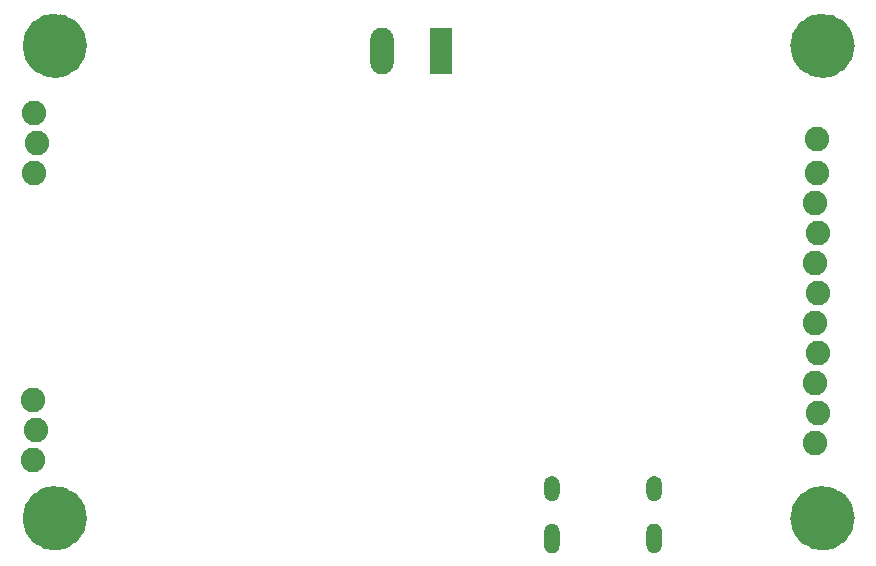
<source format=gbr>
%TF.GenerationSoftware,KiCad,Pcbnew,7.0.2*%
%TF.CreationDate,2024-03-26T23:12:22-04:00*%
%TF.ProjectId,mini_motor_go_V1_rev3,6d696e69-5f6d-46f7-946f-725f676f5f56,rev?*%
%TF.SameCoordinates,Original*%
%TF.FileFunction,Soldermask,Bot*%
%TF.FilePolarity,Negative*%
%FSLAX46Y46*%
G04 Gerber Fmt 4.6, Leading zero omitted, Abs format (unit mm)*
G04 Created by KiCad (PCBNEW 7.0.2) date 2024-03-26 23:12:22*
%MOMM*%
%LPD*%
G01*
G04 APERTURE LIST*
%ADD10C,2.750000*%
%ADD11C,0.010000*%
%ADD12C,2.082800*%
%ADD13R,1.980000X3.960000*%
%ADD14O,1.980000X3.960000*%
G04 APERTURE END LIST*
D10*
X184375000Y-93000000D02*
G75*
G03*
X184375000Y-93000000I-1375000J0D01*
G01*
X184375000Y-53000000D02*
G75*
G03*
X184375000Y-53000000I-1375000J0D01*
G01*
X119375000Y-93000000D02*
G75*
G03*
X119375000Y-93000000I-1375000J0D01*
G01*
X119375000Y-53000000D02*
G75*
G03*
X119375000Y-53000000I-1375000J0D01*
G01*
%TO.C,J11*%
D11*
X160084600Y-89451700D02*
X160116600Y-89453700D01*
X160147600Y-89457700D01*
X160178600Y-89463700D01*
X160208600Y-89470700D01*
X160238600Y-89479700D01*
X160268600Y-89490700D01*
X160297600Y-89502700D01*
X160325600Y-89515700D01*
X160353600Y-89530700D01*
X160380600Y-89547700D01*
X160406600Y-89565700D01*
X160431600Y-89584700D01*
X160454600Y-89604700D01*
X160477600Y-89626700D01*
X160499600Y-89649700D01*
X160519600Y-89672700D01*
X160538600Y-89697700D01*
X160556600Y-89723700D01*
X160573600Y-89750700D01*
X160588600Y-89778700D01*
X160601600Y-89806700D01*
X160613600Y-89835700D01*
X160624600Y-89865700D01*
X160633600Y-89895700D01*
X160640600Y-89925700D01*
X160646600Y-89956700D01*
X160650600Y-89987700D01*
X160652600Y-90019700D01*
X160653600Y-90050700D01*
X160653600Y-90850700D01*
X160652600Y-90881700D01*
X160650600Y-90913700D01*
X160646600Y-90944700D01*
X160640600Y-90975700D01*
X160633600Y-91005700D01*
X160624600Y-91035700D01*
X160613600Y-91065700D01*
X160601600Y-91094700D01*
X160588600Y-91122700D01*
X160573600Y-91150700D01*
X160556600Y-91177700D01*
X160538600Y-91203700D01*
X160519600Y-91228700D01*
X160499600Y-91251700D01*
X160477600Y-91274700D01*
X160454600Y-91296700D01*
X160431600Y-91316700D01*
X160406600Y-91335700D01*
X160380600Y-91353700D01*
X160353600Y-91370700D01*
X160325600Y-91385700D01*
X160297600Y-91398700D01*
X160268600Y-91410700D01*
X160238600Y-91421700D01*
X160208600Y-91430700D01*
X160178600Y-91437700D01*
X160147600Y-91443700D01*
X160116600Y-91447700D01*
X160084600Y-91449700D01*
X160053600Y-91450700D01*
X160022600Y-91449700D01*
X159990600Y-91447700D01*
X159959600Y-91443700D01*
X159928600Y-91437700D01*
X159898600Y-91430700D01*
X159868600Y-91421700D01*
X159838600Y-91410700D01*
X159809600Y-91398700D01*
X159781600Y-91385700D01*
X159753600Y-91370700D01*
X159726600Y-91353700D01*
X159700600Y-91335700D01*
X159675600Y-91316700D01*
X159652600Y-91296700D01*
X159629600Y-91274700D01*
X159607600Y-91251700D01*
X159587600Y-91228700D01*
X159568600Y-91203700D01*
X159550600Y-91177700D01*
X159533600Y-91150700D01*
X159518600Y-91122700D01*
X159505600Y-91094700D01*
X159493600Y-91065700D01*
X159482600Y-91035700D01*
X159473600Y-91005700D01*
X159466600Y-90975700D01*
X159460600Y-90944700D01*
X159456600Y-90913700D01*
X159454600Y-90881700D01*
X159453600Y-90850700D01*
X159453600Y-90050700D01*
X159454600Y-90019700D01*
X159456600Y-89987700D01*
X159460600Y-89956700D01*
X159466600Y-89925700D01*
X159473600Y-89895700D01*
X159482600Y-89865700D01*
X159493600Y-89835700D01*
X159505600Y-89806700D01*
X159518600Y-89778700D01*
X159533600Y-89750700D01*
X159550600Y-89723700D01*
X159568600Y-89697700D01*
X159587600Y-89672700D01*
X159607600Y-89649700D01*
X159629600Y-89626700D01*
X159652600Y-89604700D01*
X159675600Y-89584700D01*
X159700600Y-89565700D01*
X159726600Y-89547700D01*
X159753600Y-89530700D01*
X159781600Y-89515700D01*
X159809600Y-89502700D01*
X159838600Y-89490700D01*
X159868600Y-89479700D01*
X159898600Y-89470700D01*
X159928600Y-89463700D01*
X159959600Y-89457700D01*
X159990600Y-89453700D01*
X160022600Y-89451700D01*
X160053600Y-89450700D01*
X160084600Y-89451700D01*
G36*
X160084600Y-89451700D02*
G01*
X160116600Y-89453700D01*
X160147600Y-89457700D01*
X160178600Y-89463700D01*
X160208600Y-89470700D01*
X160238600Y-89479700D01*
X160268600Y-89490700D01*
X160297600Y-89502700D01*
X160325600Y-89515700D01*
X160353600Y-89530700D01*
X160380600Y-89547700D01*
X160406600Y-89565700D01*
X160431600Y-89584700D01*
X160454600Y-89604700D01*
X160477600Y-89626700D01*
X160499600Y-89649700D01*
X160519600Y-89672700D01*
X160538600Y-89697700D01*
X160556600Y-89723700D01*
X160573600Y-89750700D01*
X160588600Y-89778700D01*
X160601600Y-89806700D01*
X160613600Y-89835700D01*
X160624600Y-89865700D01*
X160633600Y-89895700D01*
X160640600Y-89925700D01*
X160646600Y-89956700D01*
X160650600Y-89987700D01*
X160652600Y-90019700D01*
X160653600Y-90050700D01*
X160653600Y-90850700D01*
X160652600Y-90881700D01*
X160650600Y-90913700D01*
X160646600Y-90944700D01*
X160640600Y-90975700D01*
X160633600Y-91005700D01*
X160624600Y-91035700D01*
X160613600Y-91065700D01*
X160601600Y-91094700D01*
X160588600Y-91122700D01*
X160573600Y-91150700D01*
X160556600Y-91177700D01*
X160538600Y-91203700D01*
X160519600Y-91228700D01*
X160499600Y-91251700D01*
X160477600Y-91274700D01*
X160454600Y-91296700D01*
X160431600Y-91316700D01*
X160406600Y-91335700D01*
X160380600Y-91353700D01*
X160353600Y-91370700D01*
X160325600Y-91385700D01*
X160297600Y-91398700D01*
X160268600Y-91410700D01*
X160238600Y-91421700D01*
X160208600Y-91430700D01*
X160178600Y-91437700D01*
X160147600Y-91443700D01*
X160116600Y-91447700D01*
X160084600Y-91449700D01*
X160053600Y-91450700D01*
X160022600Y-91449700D01*
X159990600Y-91447700D01*
X159959600Y-91443700D01*
X159928600Y-91437700D01*
X159898600Y-91430700D01*
X159868600Y-91421700D01*
X159838600Y-91410700D01*
X159809600Y-91398700D01*
X159781600Y-91385700D01*
X159753600Y-91370700D01*
X159726600Y-91353700D01*
X159700600Y-91335700D01*
X159675600Y-91316700D01*
X159652600Y-91296700D01*
X159629600Y-91274700D01*
X159607600Y-91251700D01*
X159587600Y-91228700D01*
X159568600Y-91203700D01*
X159550600Y-91177700D01*
X159533600Y-91150700D01*
X159518600Y-91122700D01*
X159505600Y-91094700D01*
X159493600Y-91065700D01*
X159482600Y-91035700D01*
X159473600Y-91005700D01*
X159466600Y-90975700D01*
X159460600Y-90944700D01*
X159456600Y-90913700D01*
X159454600Y-90881700D01*
X159453600Y-90850700D01*
X159453600Y-90050700D01*
X159454600Y-90019700D01*
X159456600Y-89987700D01*
X159460600Y-89956700D01*
X159466600Y-89925700D01*
X159473600Y-89895700D01*
X159482600Y-89865700D01*
X159493600Y-89835700D01*
X159505600Y-89806700D01*
X159518600Y-89778700D01*
X159533600Y-89750700D01*
X159550600Y-89723700D01*
X159568600Y-89697700D01*
X159587600Y-89672700D01*
X159607600Y-89649700D01*
X159629600Y-89626700D01*
X159652600Y-89604700D01*
X159675600Y-89584700D01*
X159700600Y-89565700D01*
X159726600Y-89547700D01*
X159753600Y-89530700D01*
X159781600Y-89515700D01*
X159809600Y-89502700D01*
X159838600Y-89490700D01*
X159868600Y-89479700D01*
X159898600Y-89470700D01*
X159928600Y-89463700D01*
X159959600Y-89457700D01*
X159990600Y-89453700D01*
X160022600Y-89451700D01*
X160053600Y-89450700D01*
X160084600Y-89451700D01*
G37*
X160084600Y-93501700D02*
X160116600Y-93503700D01*
X160147600Y-93507700D01*
X160178600Y-93513700D01*
X160208600Y-93520700D01*
X160238600Y-93529700D01*
X160268600Y-93540700D01*
X160297600Y-93552700D01*
X160325600Y-93565700D01*
X160353600Y-93580700D01*
X160380600Y-93597700D01*
X160406600Y-93615700D01*
X160431600Y-93634700D01*
X160454600Y-93654700D01*
X160477600Y-93676700D01*
X160499600Y-93699700D01*
X160519600Y-93722700D01*
X160538600Y-93747700D01*
X160556600Y-93773700D01*
X160573600Y-93800700D01*
X160588600Y-93828700D01*
X160601600Y-93856700D01*
X160613600Y-93885700D01*
X160624600Y-93915700D01*
X160633600Y-93945700D01*
X160640600Y-93975700D01*
X160646600Y-94006700D01*
X160650600Y-94037700D01*
X160652600Y-94069700D01*
X160653600Y-94100700D01*
X160653600Y-95300700D01*
X160652600Y-95331700D01*
X160650600Y-95363700D01*
X160646600Y-95394700D01*
X160640600Y-95425700D01*
X160633600Y-95455700D01*
X160624600Y-95485700D01*
X160613600Y-95515700D01*
X160601600Y-95544700D01*
X160588600Y-95572700D01*
X160573600Y-95600700D01*
X160556600Y-95627700D01*
X160538600Y-95653700D01*
X160519600Y-95678700D01*
X160499600Y-95701700D01*
X160477600Y-95724700D01*
X160454600Y-95746700D01*
X160431600Y-95766700D01*
X160406600Y-95785700D01*
X160380600Y-95803700D01*
X160353600Y-95820700D01*
X160325600Y-95835700D01*
X160297600Y-95848700D01*
X160268600Y-95860700D01*
X160238600Y-95871700D01*
X160208600Y-95880700D01*
X160178600Y-95887700D01*
X160147600Y-95893700D01*
X160116600Y-95897700D01*
X160084600Y-95899700D01*
X160053600Y-95900700D01*
X160022600Y-95899700D01*
X159990600Y-95897700D01*
X159959600Y-95893700D01*
X159928600Y-95887700D01*
X159898600Y-95880700D01*
X159868600Y-95871700D01*
X159838600Y-95860700D01*
X159809600Y-95848700D01*
X159781600Y-95835700D01*
X159753600Y-95820700D01*
X159726600Y-95803700D01*
X159700600Y-95785700D01*
X159675600Y-95766700D01*
X159652600Y-95746700D01*
X159629600Y-95724700D01*
X159607600Y-95701700D01*
X159587600Y-95678700D01*
X159568600Y-95653700D01*
X159550600Y-95627700D01*
X159533600Y-95600700D01*
X159518600Y-95572700D01*
X159505600Y-95544700D01*
X159493600Y-95515700D01*
X159482600Y-95485700D01*
X159473600Y-95455700D01*
X159466600Y-95425700D01*
X159460600Y-95394700D01*
X159456600Y-95363700D01*
X159454600Y-95331700D01*
X159453600Y-95300700D01*
X159453600Y-94100700D01*
X159454600Y-94069700D01*
X159456600Y-94037700D01*
X159460600Y-94006700D01*
X159466600Y-93975700D01*
X159473600Y-93945700D01*
X159482600Y-93915700D01*
X159493600Y-93885700D01*
X159505600Y-93856700D01*
X159518600Y-93828700D01*
X159533600Y-93800700D01*
X159550600Y-93773700D01*
X159568600Y-93747700D01*
X159587600Y-93722700D01*
X159607600Y-93699700D01*
X159629600Y-93676700D01*
X159652600Y-93654700D01*
X159675600Y-93634700D01*
X159700600Y-93615700D01*
X159726600Y-93597700D01*
X159753600Y-93580700D01*
X159781600Y-93565700D01*
X159809600Y-93552700D01*
X159838600Y-93540700D01*
X159868600Y-93529700D01*
X159898600Y-93520700D01*
X159928600Y-93513700D01*
X159959600Y-93507700D01*
X159990600Y-93503700D01*
X160022600Y-93501700D01*
X160053600Y-93500700D01*
X160084600Y-93501700D01*
G36*
X160084600Y-93501700D02*
G01*
X160116600Y-93503700D01*
X160147600Y-93507700D01*
X160178600Y-93513700D01*
X160208600Y-93520700D01*
X160238600Y-93529700D01*
X160268600Y-93540700D01*
X160297600Y-93552700D01*
X160325600Y-93565700D01*
X160353600Y-93580700D01*
X160380600Y-93597700D01*
X160406600Y-93615700D01*
X160431600Y-93634700D01*
X160454600Y-93654700D01*
X160477600Y-93676700D01*
X160499600Y-93699700D01*
X160519600Y-93722700D01*
X160538600Y-93747700D01*
X160556600Y-93773700D01*
X160573600Y-93800700D01*
X160588600Y-93828700D01*
X160601600Y-93856700D01*
X160613600Y-93885700D01*
X160624600Y-93915700D01*
X160633600Y-93945700D01*
X160640600Y-93975700D01*
X160646600Y-94006700D01*
X160650600Y-94037700D01*
X160652600Y-94069700D01*
X160653600Y-94100700D01*
X160653600Y-95300700D01*
X160652600Y-95331700D01*
X160650600Y-95363700D01*
X160646600Y-95394700D01*
X160640600Y-95425700D01*
X160633600Y-95455700D01*
X160624600Y-95485700D01*
X160613600Y-95515700D01*
X160601600Y-95544700D01*
X160588600Y-95572700D01*
X160573600Y-95600700D01*
X160556600Y-95627700D01*
X160538600Y-95653700D01*
X160519600Y-95678700D01*
X160499600Y-95701700D01*
X160477600Y-95724700D01*
X160454600Y-95746700D01*
X160431600Y-95766700D01*
X160406600Y-95785700D01*
X160380600Y-95803700D01*
X160353600Y-95820700D01*
X160325600Y-95835700D01*
X160297600Y-95848700D01*
X160268600Y-95860700D01*
X160238600Y-95871700D01*
X160208600Y-95880700D01*
X160178600Y-95887700D01*
X160147600Y-95893700D01*
X160116600Y-95897700D01*
X160084600Y-95899700D01*
X160053600Y-95900700D01*
X160022600Y-95899700D01*
X159990600Y-95897700D01*
X159959600Y-95893700D01*
X159928600Y-95887700D01*
X159898600Y-95880700D01*
X159868600Y-95871700D01*
X159838600Y-95860700D01*
X159809600Y-95848700D01*
X159781600Y-95835700D01*
X159753600Y-95820700D01*
X159726600Y-95803700D01*
X159700600Y-95785700D01*
X159675600Y-95766700D01*
X159652600Y-95746700D01*
X159629600Y-95724700D01*
X159607600Y-95701700D01*
X159587600Y-95678700D01*
X159568600Y-95653700D01*
X159550600Y-95627700D01*
X159533600Y-95600700D01*
X159518600Y-95572700D01*
X159505600Y-95544700D01*
X159493600Y-95515700D01*
X159482600Y-95485700D01*
X159473600Y-95455700D01*
X159466600Y-95425700D01*
X159460600Y-95394700D01*
X159456600Y-95363700D01*
X159454600Y-95331700D01*
X159453600Y-95300700D01*
X159453600Y-94100700D01*
X159454600Y-94069700D01*
X159456600Y-94037700D01*
X159460600Y-94006700D01*
X159466600Y-93975700D01*
X159473600Y-93945700D01*
X159482600Y-93915700D01*
X159493600Y-93885700D01*
X159505600Y-93856700D01*
X159518600Y-93828700D01*
X159533600Y-93800700D01*
X159550600Y-93773700D01*
X159568600Y-93747700D01*
X159587600Y-93722700D01*
X159607600Y-93699700D01*
X159629600Y-93676700D01*
X159652600Y-93654700D01*
X159675600Y-93634700D01*
X159700600Y-93615700D01*
X159726600Y-93597700D01*
X159753600Y-93580700D01*
X159781600Y-93565700D01*
X159809600Y-93552700D01*
X159838600Y-93540700D01*
X159868600Y-93529700D01*
X159898600Y-93520700D01*
X159928600Y-93513700D01*
X159959600Y-93507700D01*
X159990600Y-93503700D01*
X160022600Y-93501700D01*
X160053600Y-93500700D01*
X160084600Y-93501700D01*
G37*
X168734600Y-89451700D02*
X168766600Y-89453700D01*
X168797600Y-89457700D01*
X168828600Y-89463700D01*
X168858600Y-89470700D01*
X168888600Y-89479700D01*
X168918600Y-89490700D01*
X168947600Y-89502700D01*
X168975600Y-89515700D01*
X169003600Y-89530700D01*
X169030600Y-89547700D01*
X169056600Y-89565700D01*
X169081600Y-89584700D01*
X169104600Y-89604700D01*
X169127600Y-89626700D01*
X169149600Y-89649700D01*
X169169600Y-89672700D01*
X169188600Y-89697700D01*
X169206600Y-89723700D01*
X169223600Y-89750700D01*
X169238600Y-89778700D01*
X169251600Y-89806700D01*
X169263600Y-89835700D01*
X169274600Y-89865700D01*
X169283600Y-89895700D01*
X169290600Y-89925700D01*
X169296600Y-89956700D01*
X169300600Y-89987700D01*
X169302600Y-90019700D01*
X169303600Y-90050700D01*
X169303600Y-90850700D01*
X169302600Y-90881700D01*
X169300600Y-90913700D01*
X169296600Y-90944700D01*
X169290600Y-90975700D01*
X169283600Y-91005700D01*
X169274600Y-91035700D01*
X169263600Y-91065700D01*
X169251600Y-91094700D01*
X169238600Y-91122700D01*
X169223600Y-91150700D01*
X169206600Y-91177700D01*
X169188600Y-91203700D01*
X169169600Y-91228700D01*
X169149600Y-91251700D01*
X169127600Y-91274700D01*
X169104600Y-91296700D01*
X169081600Y-91316700D01*
X169056600Y-91335700D01*
X169030600Y-91353700D01*
X169003600Y-91370700D01*
X168975600Y-91385700D01*
X168947600Y-91398700D01*
X168918600Y-91410700D01*
X168888600Y-91421700D01*
X168858600Y-91430700D01*
X168828600Y-91437700D01*
X168797600Y-91443700D01*
X168766600Y-91447700D01*
X168734600Y-91449700D01*
X168703600Y-91450700D01*
X168672600Y-91449700D01*
X168640600Y-91447700D01*
X168609600Y-91443700D01*
X168578600Y-91437700D01*
X168548600Y-91430700D01*
X168518600Y-91421700D01*
X168488600Y-91410700D01*
X168459600Y-91398700D01*
X168431600Y-91385700D01*
X168403600Y-91370700D01*
X168376600Y-91353700D01*
X168350600Y-91335700D01*
X168325600Y-91316700D01*
X168302600Y-91296700D01*
X168279600Y-91274700D01*
X168257600Y-91251700D01*
X168237600Y-91228700D01*
X168218600Y-91203700D01*
X168200600Y-91177700D01*
X168183600Y-91150700D01*
X168168600Y-91122700D01*
X168155600Y-91094700D01*
X168143600Y-91065700D01*
X168132600Y-91035700D01*
X168123600Y-91005700D01*
X168116600Y-90975700D01*
X168110600Y-90944700D01*
X168106600Y-90913700D01*
X168104600Y-90881700D01*
X168103600Y-90850700D01*
X168103600Y-90050700D01*
X168104600Y-90019700D01*
X168106600Y-89987700D01*
X168110600Y-89956700D01*
X168116600Y-89925700D01*
X168123600Y-89895700D01*
X168132600Y-89865700D01*
X168143600Y-89835700D01*
X168155600Y-89806700D01*
X168168600Y-89778700D01*
X168183600Y-89750700D01*
X168200600Y-89723700D01*
X168218600Y-89697700D01*
X168237600Y-89672700D01*
X168257600Y-89649700D01*
X168279600Y-89626700D01*
X168302600Y-89604700D01*
X168325600Y-89584700D01*
X168350600Y-89565700D01*
X168376600Y-89547700D01*
X168403600Y-89530700D01*
X168431600Y-89515700D01*
X168459600Y-89502700D01*
X168488600Y-89490700D01*
X168518600Y-89479700D01*
X168548600Y-89470700D01*
X168578600Y-89463700D01*
X168609600Y-89457700D01*
X168640600Y-89453700D01*
X168672600Y-89451700D01*
X168703600Y-89450700D01*
X168734600Y-89451700D01*
G36*
X168734600Y-89451700D02*
G01*
X168766600Y-89453700D01*
X168797600Y-89457700D01*
X168828600Y-89463700D01*
X168858600Y-89470700D01*
X168888600Y-89479700D01*
X168918600Y-89490700D01*
X168947600Y-89502700D01*
X168975600Y-89515700D01*
X169003600Y-89530700D01*
X169030600Y-89547700D01*
X169056600Y-89565700D01*
X169081600Y-89584700D01*
X169104600Y-89604700D01*
X169127600Y-89626700D01*
X169149600Y-89649700D01*
X169169600Y-89672700D01*
X169188600Y-89697700D01*
X169206600Y-89723700D01*
X169223600Y-89750700D01*
X169238600Y-89778700D01*
X169251600Y-89806700D01*
X169263600Y-89835700D01*
X169274600Y-89865700D01*
X169283600Y-89895700D01*
X169290600Y-89925700D01*
X169296600Y-89956700D01*
X169300600Y-89987700D01*
X169302600Y-90019700D01*
X169303600Y-90050700D01*
X169303600Y-90850700D01*
X169302600Y-90881700D01*
X169300600Y-90913700D01*
X169296600Y-90944700D01*
X169290600Y-90975700D01*
X169283600Y-91005700D01*
X169274600Y-91035700D01*
X169263600Y-91065700D01*
X169251600Y-91094700D01*
X169238600Y-91122700D01*
X169223600Y-91150700D01*
X169206600Y-91177700D01*
X169188600Y-91203700D01*
X169169600Y-91228700D01*
X169149600Y-91251700D01*
X169127600Y-91274700D01*
X169104600Y-91296700D01*
X169081600Y-91316700D01*
X169056600Y-91335700D01*
X169030600Y-91353700D01*
X169003600Y-91370700D01*
X168975600Y-91385700D01*
X168947600Y-91398700D01*
X168918600Y-91410700D01*
X168888600Y-91421700D01*
X168858600Y-91430700D01*
X168828600Y-91437700D01*
X168797600Y-91443700D01*
X168766600Y-91447700D01*
X168734600Y-91449700D01*
X168703600Y-91450700D01*
X168672600Y-91449700D01*
X168640600Y-91447700D01*
X168609600Y-91443700D01*
X168578600Y-91437700D01*
X168548600Y-91430700D01*
X168518600Y-91421700D01*
X168488600Y-91410700D01*
X168459600Y-91398700D01*
X168431600Y-91385700D01*
X168403600Y-91370700D01*
X168376600Y-91353700D01*
X168350600Y-91335700D01*
X168325600Y-91316700D01*
X168302600Y-91296700D01*
X168279600Y-91274700D01*
X168257600Y-91251700D01*
X168237600Y-91228700D01*
X168218600Y-91203700D01*
X168200600Y-91177700D01*
X168183600Y-91150700D01*
X168168600Y-91122700D01*
X168155600Y-91094700D01*
X168143600Y-91065700D01*
X168132600Y-91035700D01*
X168123600Y-91005700D01*
X168116600Y-90975700D01*
X168110600Y-90944700D01*
X168106600Y-90913700D01*
X168104600Y-90881700D01*
X168103600Y-90850700D01*
X168103600Y-90050700D01*
X168104600Y-90019700D01*
X168106600Y-89987700D01*
X168110600Y-89956700D01*
X168116600Y-89925700D01*
X168123600Y-89895700D01*
X168132600Y-89865700D01*
X168143600Y-89835700D01*
X168155600Y-89806700D01*
X168168600Y-89778700D01*
X168183600Y-89750700D01*
X168200600Y-89723700D01*
X168218600Y-89697700D01*
X168237600Y-89672700D01*
X168257600Y-89649700D01*
X168279600Y-89626700D01*
X168302600Y-89604700D01*
X168325600Y-89584700D01*
X168350600Y-89565700D01*
X168376600Y-89547700D01*
X168403600Y-89530700D01*
X168431600Y-89515700D01*
X168459600Y-89502700D01*
X168488600Y-89490700D01*
X168518600Y-89479700D01*
X168548600Y-89470700D01*
X168578600Y-89463700D01*
X168609600Y-89457700D01*
X168640600Y-89453700D01*
X168672600Y-89451700D01*
X168703600Y-89450700D01*
X168734600Y-89451700D01*
G37*
X168734600Y-93451700D02*
X168766600Y-93453700D01*
X168797600Y-93457700D01*
X168828600Y-93463700D01*
X168858600Y-93470700D01*
X168888600Y-93479700D01*
X168918600Y-93490700D01*
X168947600Y-93502700D01*
X168975600Y-93515700D01*
X169003600Y-93530700D01*
X169030600Y-93547700D01*
X169056600Y-93565700D01*
X169081600Y-93584700D01*
X169104600Y-93604700D01*
X169127600Y-93626700D01*
X169149600Y-93649700D01*
X169169600Y-93672700D01*
X169188600Y-93697700D01*
X169206600Y-93723700D01*
X169223600Y-93750700D01*
X169238600Y-93778700D01*
X169251600Y-93806700D01*
X169263600Y-93835700D01*
X169274600Y-93865700D01*
X169283600Y-93895700D01*
X169290600Y-93925700D01*
X169296600Y-93956700D01*
X169300600Y-93987700D01*
X169302600Y-94019700D01*
X169303600Y-94050700D01*
X169303600Y-95250700D01*
X169302600Y-95281700D01*
X169300600Y-95313700D01*
X169296600Y-95344700D01*
X169290600Y-95375700D01*
X169283600Y-95405700D01*
X169274600Y-95435700D01*
X169263600Y-95465700D01*
X169251600Y-95494700D01*
X169238600Y-95522700D01*
X169223600Y-95550700D01*
X169206600Y-95577700D01*
X169188600Y-95603700D01*
X169169600Y-95628700D01*
X169149600Y-95651700D01*
X169127600Y-95674700D01*
X169104600Y-95696700D01*
X169081600Y-95716700D01*
X169056600Y-95735700D01*
X169030600Y-95753700D01*
X169003600Y-95770700D01*
X168975600Y-95785700D01*
X168947600Y-95798700D01*
X168918600Y-95810700D01*
X168888600Y-95821700D01*
X168858600Y-95830700D01*
X168828600Y-95837700D01*
X168797600Y-95843700D01*
X168766600Y-95847700D01*
X168734600Y-95849700D01*
X168703600Y-95850700D01*
X168672600Y-95849700D01*
X168640600Y-95847700D01*
X168609600Y-95843700D01*
X168578600Y-95837700D01*
X168548600Y-95830700D01*
X168518600Y-95821700D01*
X168488600Y-95810700D01*
X168459600Y-95798700D01*
X168431600Y-95785700D01*
X168403600Y-95770700D01*
X168376600Y-95753700D01*
X168350600Y-95735700D01*
X168325600Y-95716700D01*
X168302600Y-95696700D01*
X168279600Y-95674700D01*
X168257600Y-95651700D01*
X168237600Y-95628700D01*
X168218600Y-95603700D01*
X168200600Y-95577700D01*
X168183600Y-95550700D01*
X168168600Y-95522700D01*
X168155600Y-95494700D01*
X168143600Y-95465700D01*
X168132600Y-95435700D01*
X168123600Y-95405700D01*
X168116600Y-95375700D01*
X168110600Y-95344700D01*
X168106600Y-95313700D01*
X168104600Y-95281700D01*
X168103600Y-95250700D01*
X168103600Y-94050700D01*
X168104600Y-94019700D01*
X168106600Y-93987700D01*
X168110600Y-93956700D01*
X168116600Y-93925700D01*
X168123600Y-93895700D01*
X168132600Y-93865700D01*
X168143600Y-93835700D01*
X168155600Y-93806700D01*
X168168600Y-93778700D01*
X168183600Y-93750700D01*
X168200600Y-93723700D01*
X168218600Y-93697700D01*
X168237600Y-93672700D01*
X168257600Y-93649700D01*
X168279600Y-93626700D01*
X168302600Y-93604700D01*
X168325600Y-93584700D01*
X168350600Y-93565700D01*
X168376600Y-93547700D01*
X168403600Y-93530700D01*
X168431600Y-93515700D01*
X168459600Y-93502700D01*
X168488600Y-93490700D01*
X168518600Y-93479700D01*
X168548600Y-93470700D01*
X168578600Y-93463700D01*
X168609600Y-93457700D01*
X168640600Y-93453700D01*
X168672600Y-93451700D01*
X168703600Y-93450700D01*
X168734600Y-93451700D01*
G36*
X168734600Y-93451700D02*
G01*
X168766600Y-93453700D01*
X168797600Y-93457700D01*
X168828600Y-93463700D01*
X168858600Y-93470700D01*
X168888600Y-93479700D01*
X168918600Y-93490700D01*
X168947600Y-93502700D01*
X168975600Y-93515700D01*
X169003600Y-93530700D01*
X169030600Y-93547700D01*
X169056600Y-93565700D01*
X169081600Y-93584700D01*
X169104600Y-93604700D01*
X169127600Y-93626700D01*
X169149600Y-93649700D01*
X169169600Y-93672700D01*
X169188600Y-93697700D01*
X169206600Y-93723700D01*
X169223600Y-93750700D01*
X169238600Y-93778700D01*
X169251600Y-93806700D01*
X169263600Y-93835700D01*
X169274600Y-93865700D01*
X169283600Y-93895700D01*
X169290600Y-93925700D01*
X169296600Y-93956700D01*
X169300600Y-93987700D01*
X169302600Y-94019700D01*
X169303600Y-94050700D01*
X169303600Y-95250700D01*
X169302600Y-95281700D01*
X169300600Y-95313700D01*
X169296600Y-95344700D01*
X169290600Y-95375700D01*
X169283600Y-95405700D01*
X169274600Y-95435700D01*
X169263600Y-95465700D01*
X169251600Y-95494700D01*
X169238600Y-95522700D01*
X169223600Y-95550700D01*
X169206600Y-95577700D01*
X169188600Y-95603700D01*
X169169600Y-95628700D01*
X169149600Y-95651700D01*
X169127600Y-95674700D01*
X169104600Y-95696700D01*
X169081600Y-95716700D01*
X169056600Y-95735700D01*
X169030600Y-95753700D01*
X169003600Y-95770700D01*
X168975600Y-95785700D01*
X168947600Y-95798700D01*
X168918600Y-95810700D01*
X168888600Y-95821700D01*
X168858600Y-95830700D01*
X168828600Y-95837700D01*
X168797600Y-95843700D01*
X168766600Y-95847700D01*
X168734600Y-95849700D01*
X168703600Y-95850700D01*
X168672600Y-95849700D01*
X168640600Y-95847700D01*
X168609600Y-95843700D01*
X168578600Y-95837700D01*
X168548600Y-95830700D01*
X168518600Y-95821700D01*
X168488600Y-95810700D01*
X168459600Y-95798700D01*
X168431600Y-95785700D01*
X168403600Y-95770700D01*
X168376600Y-95753700D01*
X168350600Y-95735700D01*
X168325600Y-95716700D01*
X168302600Y-95696700D01*
X168279600Y-95674700D01*
X168257600Y-95651700D01*
X168237600Y-95628700D01*
X168218600Y-95603700D01*
X168200600Y-95577700D01*
X168183600Y-95550700D01*
X168168600Y-95522700D01*
X168155600Y-95494700D01*
X168143600Y-95465700D01*
X168132600Y-95435700D01*
X168123600Y-95405700D01*
X168116600Y-95375700D01*
X168110600Y-95344700D01*
X168106600Y-95313700D01*
X168104600Y-95281700D01*
X168103600Y-95250700D01*
X168103600Y-94050700D01*
X168104600Y-94019700D01*
X168106600Y-93987700D01*
X168110600Y-93956700D01*
X168116600Y-93925700D01*
X168123600Y-93895700D01*
X168132600Y-93865700D01*
X168143600Y-93835700D01*
X168155600Y-93806700D01*
X168168600Y-93778700D01*
X168183600Y-93750700D01*
X168200600Y-93723700D01*
X168218600Y-93697700D01*
X168237600Y-93672700D01*
X168257600Y-93649700D01*
X168279600Y-93626700D01*
X168302600Y-93604700D01*
X168325600Y-93584700D01*
X168350600Y-93565700D01*
X168376600Y-93547700D01*
X168403600Y-93530700D01*
X168431600Y-93515700D01*
X168459600Y-93502700D01*
X168488600Y-93490700D01*
X168518600Y-93479700D01*
X168548600Y-93470700D01*
X168578600Y-93463700D01*
X168609600Y-93457700D01*
X168640600Y-93453700D01*
X168672600Y-93451700D01*
X168703600Y-93450700D01*
X168734600Y-93451700D01*
G37*
%TD*%
D12*
%TO.C,J2*%
X116174213Y-88112054D03*
X116428213Y-85572054D03*
X116174213Y-83032054D03*
%TD*%
%TO.C,J10*%
X182515000Y-63777800D03*
X182515000Y-60882200D03*
%TD*%
D13*
%TO.C,J8*%
X150668062Y-53472238D03*
D14*
X145668062Y-53472238D03*
%TD*%
D12*
%TO.C,J1*%
X116257000Y-63754000D03*
X116511000Y-61214000D03*
X116257000Y-58674000D03*
%TD*%
%TO.C,J9*%
X182344000Y-86610000D03*
X182598000Y-84070000D03*
X182344000Y-81530000D03*
X182598000Y-78990000D03*
X182344000Y-76450000D03*
X182598000Y-73910000D03*
X182344000Y-71370000D03*
X182598000Y-68830000D03*
X182344000Y-66290000D03*
%TD*%
M02*

</source>
